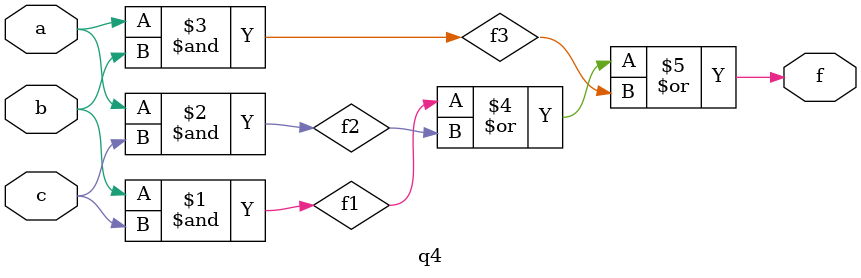
<source format=v>
module q4(a, b, c, f);
input a, b, c;
output f;   
and(f1, b, c);
and(f2, a, c);
and(f3, a, b);
or(f, f1, f2, f3);
endmodule



</source>
